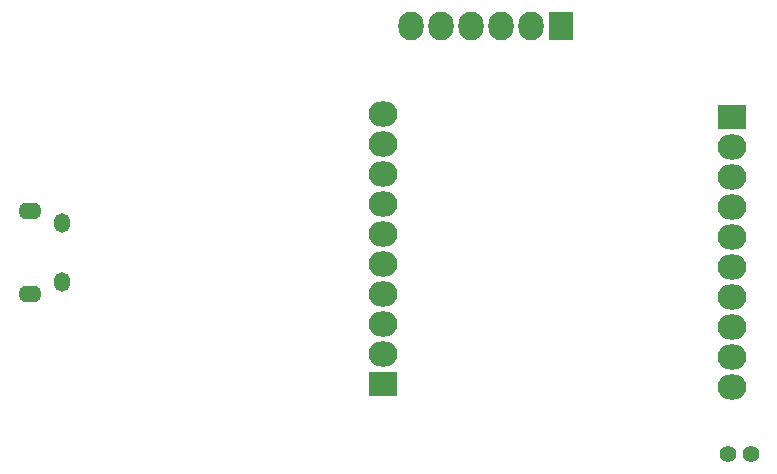
<source format=gbr>
G04 #@! TF.FileFunction,Soldermask,Bot*
%FSLAX46Y46*%
G04 Gerber Fmt 4.6, Leading zero omitted, Abs format (unit mm)*
G04 Created by KiCad (PCBNEW 4.0.2-4+6225~38~ubuntu15.10.1-stable) date Thu 31 Mar 2016 01:19:07 PM CDT*
%MOMM*%
G01*
G04 APERTURE LIST*
%ADD10C,0.100000*%
%ADD11R,2.432000X2.127200*%
%ADD12O,2.432000X2.127200*%
%ADD13O,1.350000X1.650000*%
%ADD14O,1.950000X1.400000*%
%ADD15R,2.127200X2.432000*%
%ADD16O,2.127200X2.432000*%
%ADD17C,1.400000*%
G04 APERTURE END LIST*
D10*
D11*
X153550000Y-80610000D03*
D12*
X153550000Y-78070000D03*
X153550000Y-75530000D03*
X153550000Y-72990000D03*
X153550000Y-70450000D03*
X153550000Y-67910000D03*
X153550000Y-65370000D03*
X153550000Y-62830000D03*
X153550000Y-60290000D03*
X153550000Y-57750000D03*
D13*
X126380000Y-66970000D03*
X126380000Y-71970000D03*
D14*
X123680000Y-65970000D03*
X123680000Y-72970000D03*
D15*
X168650000Y-50250000D03*
D16*
X166110000Y-50250000D03*
X163570000Y-50250000D03*
X161030000Y-50250000D03*
X158490000Y-50250000D03*
X155950000Y-50250000D03*
D11*
X183100000Y-57975000D03*
D12*
X183100000Y-60515000D03*
X183100000Y-63055000D03*
X183100000Y-65595000D03*
X183100000Y-68135000D03*
X183100000Y-70675000D03*
X183100000Y-73215000D03*
X183100000Y-75755000D03*
X183100000Y-78295000D03*
X183100000Y-80835000D03*
D17*
X184700000Y-86550000D03*
X182800000Y-86550000D03*
M02*

</source>
